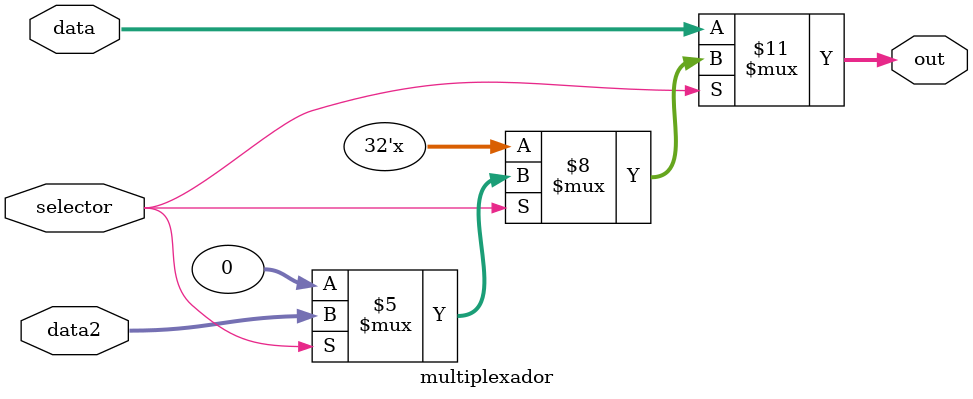
<source format=v>

/**
//////////////////////////////////////////////////////////////////////////
    AUTOR: Gabriel Sa Barreto Alves
DESCRICAO: Módulo para escolha de dados a serem lançados na saída de acordo a um sinal de seleção.
--------------------------------------------------------------------------
ENTRADAS: 
	selector: entrada de seleção de entradas.
	    data: primeira entrada de dados.
	    data: segunda  entrada de dados.
SAIDAS:		 
	out: saída de dados.
//////////////////////////////////////////////////////////////////////////
**/
module multiplexador #(parameter data_bits1 = 32, data_bits2 = 32, out_bits_size = 32)
(
	input  wire selector,        
	input  wire [data_bits1-1:0]    data,     
	input  wire [data_bits2-1:0]    data2,    
 	output reg  [out_bits_size-1:0] out       
);

//Bloco combinacional para seleção das entradas.
always @(*) begin
	if(selector == 1'b0)
		out = data; 
	else if(selector == 1'b1) 
		out = data2;
	else out = 0;
end
endmodule
</source>
